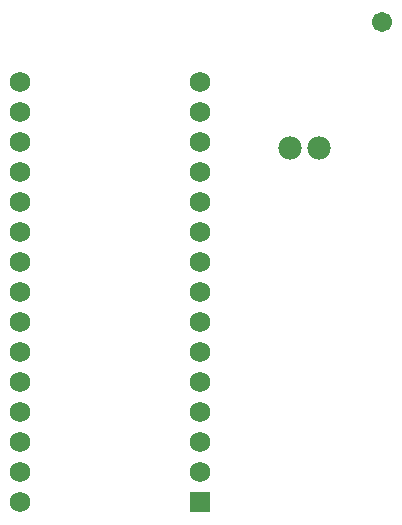
<source format=gbs>
%FSLAX25Y25*%
%MOIN*%
G70*
G01*
G75*
G04 Layer_Color=16711935*
%ADD10C,0.00800*%
%ADD11C,0.01000*%
%ADD12R,0.05906X0.01181*%
%ADD13R,0.11811X0.15748*%
%ADD14R,0.02756X0.04921*%
%ADD15R,0.04567X0.05787*%
%ADD16R,0.03858X0.03661*%
%ADD17R,0.03661X0.03858*%
%ADD18R,0.11811X0.05906*%
%ADD19R,0.11811X0.08268*%
%ADD20R,0.06299X0.00787*%
%ADD21C,0.01600*%
%ADD22C,0.06000*%
%ADD23C,0.04000*%
%ADD24C,0.02400*%
%ADD25C,0.01200*%
%ADD26R,0.13106X0.17374*%
%ADD27C,0.05906*%
%ADD28C,0.06000*%
%ADD29R,0.06000X0.06000*%
%ADD30C,0.07000*%
%ADD31C,0.01800*%
%ADD32C,0.00787*%
%ADD33C,0.00600*%
%ADD34C,0.00500*%
%ADD35R,0.06706X0.01981*%
%ADD36R,0.12611X0.16548*%
%ADD37R,0.03556X0.05721*%
%ADD38R,0.05367X0.06587*%
%ADD39R,0.04658X0.04461*%
%ADD40R,0.04461X0.04658*%
%ADD41R,0.12611X0.06706*%
%ADD42R,0.12611X0.09068*%
%ADD43R,0.07099X0.01587*%
%ADD44C,0.06706*%
%ADD45C,0.06800*%
%ADD46R,0.06800X0.06800*%
%ADD47C,0.07800*%
D44*
X236800Y296000D02*
D03*
D45*
X176000Y256000D02*
D03*
Y246000D02*
D03*
Y236000D02*
D03*
Y226000D02*
D03*
Y216000D02*
D03*
Y206000D02*
D03*
Y196000D02*
D03*
Y186000D02*
D03*
Y176000D02*
D03*
Y166000D02*
D03*
Y156000D02*
D03*
Y146000D02*
D03*
X116000Y136000D02*
D03*
X176000Y266000D02*
D03*
Y276000D02*
D03*
X116000Y146000D02*
D03*
Y156000D02*
D03*
Y166000D02*
D03*
Y176000D02*
D03*
Y186000D02*
D03*
Y196000D02*
D03*
Y206000D02*
D03*
Y216000D02*
D03*
Y226000D02*
D03*
Y256000D02*
D03*
Y236000D02*
D03*
Y246000D02*
D03*
Y266000D02*
D03*
Y276000D02*
D03*
D46*
X176000Y136000D02*
D03*
D47*
X215843Y254000D02*
D03*
X206000D02*
D03*
M02*

</source>
